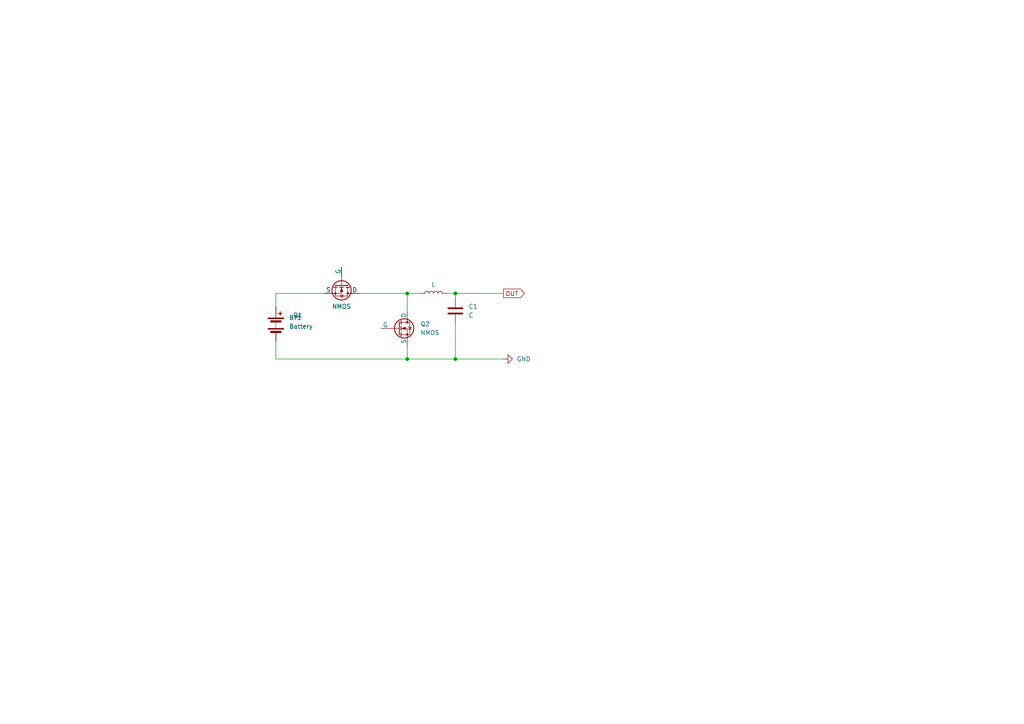
<source format=kicad_sch>
(kicad_sch (version 20250114) (generator "eeschema") (generator_version "9.0")
  (paper "A4")
  (lib_symbols
    (symbol "Device:Battery" (pin_numbers (hide yes)) (pin_names (offset 0) (hide yes))
      (property "Reference" "BT" (at 2.54 2.54 0))
      (property "Value" "Battery" (at 2.54 0 0))
      (symbol "Battery_0_1"
        (rectangle (start -2.286 1.778) (end 2.286 1.524) (fill (type outline)))
        (rectangle (start -2.286 -1.27) (end 2.286 -1.524) (fill (type outline)))
        (rectangle (start -1.524 1.016) (end 1.524 0.508) (fill (type outline)))
        (rectangle (start -1.524 -2.032) (end 1.524 -2.54) (fill (type outline)))
        (polyline (pts (xy 0 1.778) (xy 0 2.54)))
        (polyline (pts (xy 0 0) (xy 0 0.254)))
        (polyline (pts (xy 0 -0.508) (xy 0 -0.254)))
        (polyline (pts (xy 0 -1.016) (xy 0 -0.762)))
        (polyline (pts (xy 0.762 3.048) (xy 1.778 3.048)) (stroke (width 0.254)))
        (polyline (pts (xy 1.27 3.556) (xy 1.27 2.54)) (stroke (width 0.254)))
      )
      (symbol "Battery_1_1"
        (pin passive line (at 0 5.08 270) (length 2.54) (name "+") (number "1"))
        (pin passive line (at 0 -5.08 90) (length 2.54) (name "-") (number "2"))
      )
    )
    (symbol "Device:C" (pin_numbers (hide yes)) (pin_names (offset 0.254))
      (property "Reference" "C" (at 0.635 2.54 0))
      (property "Value" "C" (at 0.635 -2.54 0))
      (symbol "C_0_1"
        (polyline (pts (xy -2.032 0.762) (xy 2.032 0.762)) (stroke (width 0.508)))
        (polyline (pts (xy -2.032 -0.762) (xy 2.032 -0.762)) (stroke (width 0.508)))
      )
      (symbol "C_1_1"
        (pin passive line (at 0 3.81 270) (length 2.794) (name "~") (number "1"))
        (pin passive line (at 0 -3.81 90) (length 2.794) (name "~") (number "2"))
      )
    )
    (symbol "Device:L" (pin_numbers (hide yes)) (pin_names (offset 1.016) (hide yes))
      (property "Reference" "L" (at -1.27 0 90))
      (property "Value" "L" (at 1.905 0 90))
      (symbol "L_0_1"
        (arc (start 0 2.54) (mid 0.6323 1.905) (end 0 1.27))
        (arc (start 0 1.27) (mid 0.6323 0.635) (end 0 0))
        (arc (start 0 0) (mid 0.6323 -0.635) (end 0 -1.27))
        (arc (start 0 -1.27) (mid 0.6323 -1.905) (end 0 -2.54))
      )
      (symbol "L_1_1"
        (pin passive line (at 0 3.81 270) (length 1.27) (name "1") (number "1"))
        (pin passive line (at 0 -3.81 90) (length 1.27) (name "2") (number "2"))
      )
    )
    (symbol "Simulation_SPICE:NMOS" (pin_numbers (hide yes)) (pin_names (offset 0))
      (property "Reference" "Q" (at 5.08 1.27 0))
      (property "Value" "NMOS" (at 5.08 -1.27 0))
      (symbol "NMOS_0_1"
        (polyline (pts (xy 0.254 1.905) (xy 0.254 -1.905)) (stroke (width 0.254)))
        (polyline (pts (xy 0.254 0) (xy -2.54 0)))
        (polyline (pts (xy 0.762 2.286) (xy 0.762 1.27)) (stroke (width 0.254)))
        (polyline (pts (xy 0.762 0.508) (xy 0.762 -0.508)) (stroke (width 0.254)))
        (polyline (pts (xy 0.762 -1.27) (xy 0.762 -2.286)) (stroke (width 0.254)))
        (polyline (pts (xy 0.762 -1.778) (xy 3.302 -1.778) (xy 3.302 1.778) (xy 0.762 1.778)))
        (polyline (pts (xy 1.016 0) (xy 2.032 0.381) (xy 2.032 -0.381) (xy 1.016 0)) (fill (type outline)))
        (circle (center 1.651 0) (radius 2.794) (stroke (width 0.254)))
        (polyline (pts (xy 2.54 2.54) (xy 2.54 1.778)))
        (circle (center 2.54 1.778) (radius 0.254) (fill (type outline)))
        (circle (center 2.54 -1.778) (radius 0.254) (fill (type outline)))
        (polyline (pts (xy 2.54 -2.54) (xy 2.54 0) (xy 0.762 0)))
        (polyline (pts (xy 2.794 0.508) (xy 2.921 0.381) (xy 3.683 0.381) (xy 3.81 0.254)))
        (polyline (pts (xy 3.302 0.381) (xy 2.921 -0.254) (xy 3.683 -0.254) (xy 3.302 0.381)))
      )
      (symbol "NMOS_1_1"
        (pin input line (at -5.08 0 0) (length 2.54) (name "G") (number "2"))
        (pin passive line (at 2.54 5.08 270) (length 2.54) (name "D") (number "1"))
        (pin passive line (at 2.54 -5.08 90) (length 2.54) (name "S") (number "3"))
      )
    )
    (symbol "power:GND" (power) (pin_numbers (hide yes)) (pin_names (offset 0) (hide yes))
      (property "Value" "GND" (at 0 -3.81 0))
      (symbol "GND_0_1"
        (polyline (pts (xy 0 0) (xy 0 -1.27) (xy 1.27 -1.27) (xy 0 -2.54) (xy -1.27 -1.27) (xy 0 -1.27)))
      )
      (symbol "GND_1_1"
        (pin power_in line (at 0 0 270) (length 0) (name "~") (number "1"))
      )
    )
  )
  (junction (at 118.11 85.09))
  (junction (at 132.08 85.09))
  (junction (at 118.11 104.14))
  (junction (at 132.08 104.14))
  (wire (pts (xy 80.01 104.14) (xy 80.01 99.06)))
  (wire (pts (xy 118.11 100.33) (xy 118.11 104.14)))
  (wire (pts (xy 118.11 104.14) (xy 132.08 104.14)))
  (wire (pts (xy 104.14 85.09) (xy 118.11 85.09)))
  (wire (pts (xy 80.01 85.09) (xy 93.98 85.09)))
  (wire (pts (xy 132.08 85.09) (xy 146.05 85.09)))
  (wire (pts (xy 80.01 88.9) (xy 80.01 85.09)))
  (wire (pts (xy 118.11 85.09) (xy 118.11 90.17)))
  (wire (pts (xy 129.54 85.09) (xy 132.08 85.09)))
  (wire (pts (xy 132.08 85.09) (xy 132.08 86.36)))
  (wire (pts (xy 132.08 93.98) (xy 132.08 104.14)))
  (wire (pts (xy 118.11 85.09) (xy 121.92 85.09)))
  (wire (pts (xy 80.01 104.14) (xy 118.11 104.14)))
  (wire (pts (xy 132.08 104.14) (xy 146.05 104.14)))
  (global_label "OUT" (shape output) (at 146.05 85.09 0) (property "Intersheetrefs" "${INTERSHEET_REFS}" (effects (hide yes))))
  (symbol (lib_id "power:GND") (at 146.05 104.14 90) (unit 1)
    (property "Reference" "#PWR01" (effects (hide yes)))
    (property "Value" "GND" (at 149.86 104.1399 90) (effects (justify right)))
    (property "Description" "Power symbol creates a global label with name \"GND\" , ground" (effects (hide yes)))
  )
  (symbol (lib_id "Device:C") (at 132.08 90.17 0) (unit 1)
    (property "Reference" "C1" (at 135.89 88.8999 0) (effects (justify left)))
    (property "Value" "C" (at 135.89 91.4399 0) (effects (justify left)))
    (property "Description" "Unpolarized capacitor" (effects (hide yes)))
  )
  (symbol (lib_id "Simulation_SPICE:NMOS") (at 99.06 82.55 270) (unit 1)
    (property "Reference" "Q1" (at 86.36 91.44 90))
    (property "Value" "NMOS" (at 99.06 88.9 90))
    (property "Datasheet" "https://ngspice.sourceforge.io/docs/ngspice-html-manual/manual.xhtml#cha_MOSFETs" (effects (hide yes)))
    (property "Description" "N-MOSFET transistor, drain/source/gate" (effects (hide yes)))
    (property "Sim.Device" "NMOS" (effects (hide yes)))
    (property "Sim.Type" "VDMOS" (effects (hide yes)))
    (property "Sim.Pins" "1=D 2=G 3=S" (effects (hide yes)))
  )
  (symbol (lib_id "Simulation_SPICE:NMOS") (at 115.57 95.25 0) (unit 1)
    (property "Reference" "Q2" (at 121.92 93.9799 0) (effects (justify left)))
    (property "Value" "NMOS" (at 121.92 96.5199 0) (effects (justify left)))
    (property "Datasheet" "https://ngspice.sourceforge.io/docs/ngspice-html-manual/manual.xhtml#cha_MOSFETs" (effects (hide yes)))
    (property "Description" "N-MOSFET transistor, drain/source/gate" (effects (hide yes)))
    (property "Sim.Device" "NMOS" (effects (hide yes)))
    (property "Sim.Type" "VDMOS" (effects (hide yes)))
    (property "Sim.Pins" "1=D 2=G 3=S" (effects (hide yes)))
  )
  (symbol (lib_id "Device:L") (at 125.73 85.09 90) (unit 1)
    (property "Reference" "L1" (effects (hide yes)))
    (property "Value" "L" (at 125.73 82.55 90))
    (property "Description" "Inductor" (effects (hide yes)))
  )
  (symbol (lib_id "Device:Battery") (at 80.01 93.98 0) (unit 1)
    (property "Reference" "BT1" (at 83.82 92.1384 0) (effects (justify left)))
    (property "Value" "Battery" (at 83.82 94.6784 0) (effects (justify left)))
    (property "Description" "Multiple-cell battery" (effects (hide yes)))
  )
)
</source>
